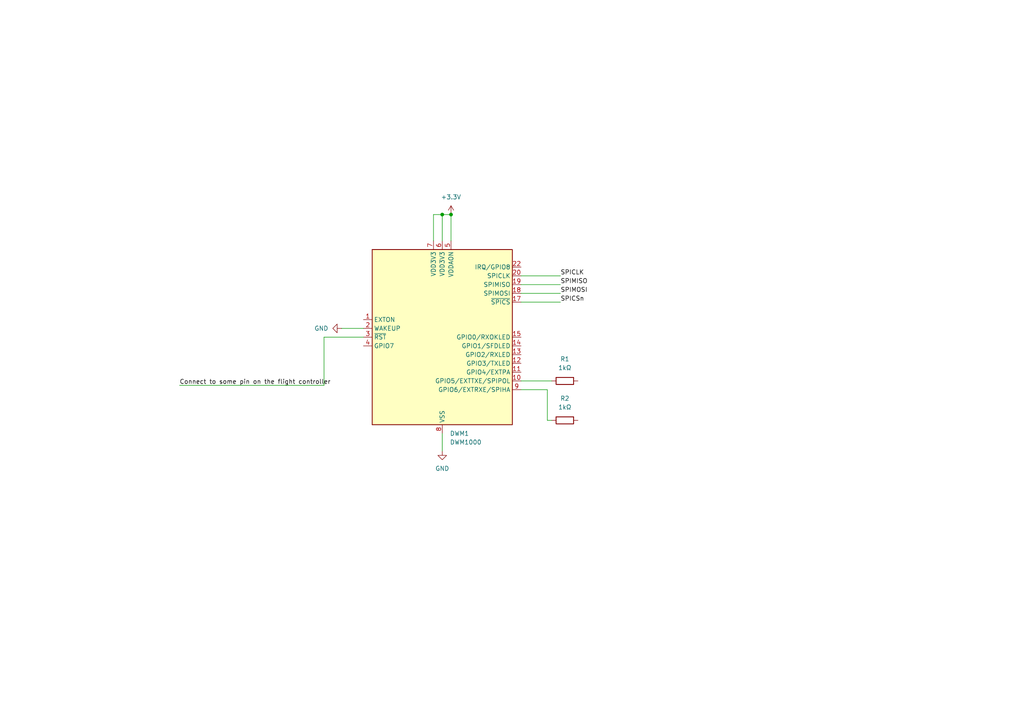
<source format=kicad_sch>
(kicad_sch
	(version 20231120)
	(generator "eeschema")
	(generator_version "8.0")
	(uuid "4a546c4f-fbc0-4b00-bfc4-ebeaaf39a3cc")
	(paper "A4")
	(title_block
		(title "UWB Module")
		(date "10/02/2024")
		(rev "01")
		(comment 1 " if used needs to connect to teensys flight controller")
		(comment 2 "Optional to use IRQ pin with 10K resistor since it not need but")
	)
	(lib_symbols
		(symbol "Device:R"
			(pin_numbers hide)
			(pin_names
				(offset 0)
			)
			(exclude_from_sim no)
			(in_bom yes)
			(on_board yes)
			(property "Reference" "R"
				(at 2.032 0 90)
				(effects
					(font
						(size 1.27 1.27)
					)
				)
			)
			(property "Value" "R"
				(at 0 0 90)
				(effects
					(font
						(size 1.27 1.27)
					)
				)
			)
			(property "Footprint" ""
				(at -1.778 0 90)
				(effects
					(font
						(size 1.27 1.27)
					)
					(hide yes)
				)
			)
			(property "Datasheet" "~"
				(at 0 0 0)
				(effects
					(font
						(size 1.27 1.27)
					)
					(hide yes)
				)
			)
			(property "Description" "Resistor"
				(at 0 0 0)
				(effects
					(font
						(size 1.27 1.27)
					)
					(hide yes)
				)
			)
			(property "ki_keywords" "R res resistor"
				(at 0 0 0)
				(effects
					(font
						(size 1.27 1.27)
					)
					(hide yes)
				)
			)
			(property "ki_fp_filters" "R_*"
				(at 0 0 0)
				(effects
					(font
						(size 1.27 1.27)
					)
					(hide yes)
				)
			)
			(symbol "R_0_1"
				(rectangle
					(start -1.016 -2.54)
					(end 1.016 2.54)
					(stroke
						(width 0.254)
						(type default)
					)
					(fill
						(type none)
					)
				)
			)
			(symbol "R_1_1"
				(pin passive line
					(at 0 3.81 270)
					(length 1.27)
					(name "~"
						(effects
							(font
								(size 1.27 1.27)
							)
						)
					)
					(number "1"
						(effects
							(font
								(size 1.27 1.27)
							)
						)
					)
				)
				(pin passive line
					(at 0 -3.81 90)
					(length 1.27)
					(name "~"
						(effects
							(font
								(size 1.27 1.27)
							)
						)
					)
					(number "2"
						(effects
							(font
								(size 1.27 1.27)
							)
						)
					)
				)
			)
		)
		(symbol "RF_Module:DWM1000"
			(exclude_from_sim no)
			(in_bom yes)
			(on_board yes)
			(property "Reference" "DWM"
				(at -17.78 26.67 0)
				(effects
					(font
						(size 1.27 1.27)
					)
				)
			)
			(property "Value" "DWM1000"
				(at 15.875 26.67 0)
				(effects
					(font
						(size 1.27 1.27)
					)
				)
			)
			(property "Footprint" "RF_Module:DWM1000"
				(at 7.62 -26.67 0)
				(effects
					(font
						(size 1.27 1.27)
					)
					(justify left)
					(hide yes)
				)
			)
			(property "Datasheet" "https://www.decawave.com/sites/default/files/resources/dwm1000-datasheet-v1.3.pdf"
				(at 7.62 -29.21 0)
				(effects
					(font
						(size 1.27 1.27)
					)
					(justify left)
					(hide yes)
				)
			)
			(property "Description" "Ultra wide band RF module With ranging location capabilities"
				(at 0 0 0)
				(effects
					(font
						(size 1.27 1.27)
					)
					(hide yes)
				)
			)
			(property "ki_keywords" "Decawave Qorvo UWB"
				(at 0 0 0)
				(effects
					(font
						(size 1.27 1.27)
					)
					(hide yes)
				)
			)
			(property "ki_fp_filters" "*DWM1000*"
				(at 0 0 0)
				(effects
					(font
						(size 1.27 1.27)
					)
					(hide yes)
				)
			)
			(symbol "DWM1000_0_1"
				(rectangle
					(start -20.32 25.4)
					(end 20.32 -25.4)
					(stroke
						(width 0.254)
						(type default)
					)
					(fill
						(type background)
					)
				)
			)
			(symbol "DWM1000_1_1"
				(pin output line
					(at -22.86 5.08 0)
					(length 2.54)
					(name "EXTON"
						(effects
							(font
								(size 1.27 1.27)
							)
						)
					)
					(number "1"
						(effects
							(font
								(size 1.27 1.27)
							)
						)
					)
				)
				(pin bidirectional line
					(at 22.86 -12.7 180)
					(length 2.54)
					(name "GPIO5/EXTTXE/SPIPOL"
						(effects
							(font
								(size 1.27 1.27)
							)
						)
					)
					(number "10"
						(effects
							(font
								(size 1.27 1.27)
							)
						)
					)
				)
				(pin bidirectional line
					(at 22.86 -10.16 180)
					(length 2.54)
					(name "GPIO4/EXTPA"
						(effects
							(font
								(size 1.27 1.27)
							)
						)
					)
					(number "11"
						(effects
							(font
								(size 1.27 1.27)
							)
						)
					)
				)
				(pin bidirectional line
					(at 22.86 -7.62 180)
					(length 2.54)
					(name "GPIO3/TXLED"
						(effects
							(font
								(size 1.27 1.27)
							)
						)
					)
					(number "12"
						(effects
							(font
								(size 1.27 1.27)
							)
						)
					)
				)
				(pin bidirectional line
					(at 22.86 -5.08 180)
					(length 2.54)
					(name "GPIO2/RXLED"
						(effects
							(font
								(size 1.27 1.27)
							)
						)
					)
					(number "13"
						(effects
							(font
								(size 1.27 1.27)
							)
						)
					)
				)
				(pin bidirectional line
					(at 22.86 -2.54 180)
					(length 2.54)
					(name "GPIO1/SFDLED"
						(effects
							(font
								(size 1.27 1.27)
							)
						)
					)
					(number "14"
						(effects
							(font
								(size 1.27 1.27)
							)
						)
					)
				)
				(pin bidirectional line
					(at 22.86 0 180)
					(length 2.54)
					(name "GPIO0/RXOKLED"
						(effects
							(font
								(size 1.27 1.27)
							)
						)
					)
					(number "15"
						(effects
							(font
								(size 1.27 1.27)
							)
						)
					)
				)
				(pin passive line
					(at 0 -27.94 90)
					(length 2.54) hide
					(name "VSS"
						(effects
							(font
								(size 1.27 1.27)
							)
						)
					)
					(number "16"
						(effects
							(font
								(size 1.27 1.27)
							)
						)
					)
				)
				(pin input line
					(at 22.86 10.16 180)
					(length 2.54)
					(name "~{SPICS}"
						(effects
							(font
								(size 1.27 1.27)
							)
						)
					)
					(number "17"
						(effects
							(font
								(size 1.27 1.27)
							)
						)
					)
				)
				(pin input line
					(at 22.86 12.7 180)
					(length 2.54)
					(name "SPIMOSI"
						(effects
							(font
								(size 1.27 1.27)
							)
						)
					)
					(number "18"
						(effects
							(font
								(size 1.27 1.27)
							)
						)
					)
				)
				(pin output line
					(at 22.86 15.24 180)
					(length 2.54)
					(name "SPIMISO"
						(effects
							(font
								(size 1.27 1.27)
							)
						)
					)
					(number "19"
						(effects
							(font
								(size 1.27 1.27)
							)
						)
					)
				)
				(pin bidirectional line
					(at -22.86 2.54 0)
					(length 2.54)
					(name "WAKEUP"
						(effects
							(font
								(size 1.27 1.27)
							)
						)
					)
					(number "2"
						(effects
							(font
								(size 1.27 1.27)
							)
						)
					)
				)
				(pin input line
					(at 22.86 17.78 180)
					(length 2.54)
					(name "SPICLK"
						(effects
							(font
								(size 1.27 1.27)
							)
						)
					)
					(number "20"
						(effects
							(font
								(size 1.27 1.27)
							)
						)
					)
				)
				(pin passive line
					(at 0 -27.94 90)
					(length 2.54) hide
					(name "VSS"
						(effects
							(font
								(size 1.27 1.27)
							)
						)
					)
					(number "21"
						(effects
							(font
								(size 1.27 1.27)
							)
						)
					)
				)
				(pin bidirectional line
					(at 22.86 20.32 180)
					(length 2.54)
					(name "IRQ/GPIO8"
						(effects
							(font
								(size 1.27 1.27)
							)
						)
					)
					(number "22"
						(effects
							(font
								(size 1.27 1.27)
							)
						)
					)
				)
				(pin passive line
					(at 0 -27.94 90)
					(length 2.54) hide
					(name "VSS"
						(effects
							(font
								(size 1.27 1.27)
							)
						)
					)
					(number "23"
						(effects
							(font
								(size 1.27 1.27)
							)
						)
					)
				)
				(pin passive line
					(at 0 -27.94 90)
					(length 2.54) hide
					(name "VSS"
						(effects
							(font
								(size 1.27 1.27)
							)
						)
					)
					(number "24"
						(effects
							(font
								(size 1.27 1.27)
							)
						)
					)
				)
				(pin bidirectional line
					(at -22.86 0 0)
					(length 2.54)
					(name "~{RST}"
						(effects
							(font
								(size 1.27 1.27)
							)
						)
					)
					(number "3"
						(effects
							(font
								(size 1.27 1.27)
							)
						)
					)
				)
				(pin bidirectional line
					(at -22.86 -2.54 0)
					(length 2.54)
					(name "GPIO7"
						(effects
							(font
								(size 1.27 1.27)
							)
						)
					)
					(number "4"
						(effects
							(font
								(size 1.27 1.27)
							)
						)
					)
				)
				(pin power_in line
					(at 2.54 27.94 270)
					(length 2.54)
					(name "VDDAON"
						(effects
							(font
								(size 1.27 1.27)
							)
						)
					)
					(number "5"
						(effects
							(font
								(size 1.27 1.27)
							)
						)
					)
				)
				(pin power_in line
					(at 0 27.94 270)
					(length 2.54)
					(name "VDD3V3"
						(effects
							(font
								(size 1.27 1.27)
							)
						)
					)
					(number "6"
						(effects
							(font
								(size 1.27 1.27)
							)
						)
					)
				)
				(pin power_in line
					(at -2.54 27.94 270)
					(length 2.54)
					(name "VDD3V3"
						(effects
							(font
								(size 1.27 1.27)
							)
						)
					)
					(number "7"
						(effects
							(font
								(size 1.27 1.27)
							)
						)
					)
				)
				(pin power_in line
					(at 0 -27.94 90)
					(length 2.54)
					(name "VSS"
						(effects
							(font
								(size 1.27 1.27)
							)
						)
					)
					(number "8"
						(effects
							(font
								(size 1.27 1.27)
							)
						)
					)
				)
				(pin bidirectional line
					(at 22.86 -15.24 180)
					(length 2.54)
					(name "GPIO6/EXTRXE/SPIHA"
						(effects
							(font
								(size 1.27 1.27)
							)
						)
					)
					(number "9"
						(effects
							(font
								(size 1.27 1.27)
							)
						)
					)
				)
			)
		)
		(symbol "power:+3.3V"
			(power)
			(pin_numbers hide)
			(pin_names
				(offset 0) hide)
			(exclude_from_sim no)
			(in_bom yes)
			(on_board yes)
			(property "Reference" "#PWR"
				(at 0 -3.81 0)
				(effects
					(font
						(size 1.27 1.27)
					)
					(hide yes)
				)
			)
			(property "Value" "+3.3V"
				(at 0 3.556 0)
				(effects
					(font
						(size 1.27 1.27)
					)
				)
			)
			(property "Footprint" ""
				(at 0 0 0)
				(effects
					(font
						(size 1.27 1.27)
					)
					(hide yes)
				)
			)
			(property "Datasheet" ""
				(at 0 0 0)
				(effects
					(font
						(size 1.27 1.27)
					)
					(hide yes)
				)
			)
			(property "Description" "Power symbol creates a global label with name \"+3.3V\""
				(at 0 0 0)
				(effects
					(font
						(size 1.27 1.27)
					)
					(hide yes)
				)
			)
			(property "ki_keywords" "global power"
				(at 0 0 0)
				(effects
					(font
						(size 1.27 1.27)
					)
					(hide yes)
				)
			)
			(symbol "+3.3V_0_1"
				(polyline
					(pts
						(xy -0.762 1.27) (xy 0 2.54)
					)
					(stroke
						(width 0)
						(type default)
					)
					(fill
						(type none)
					)
				)
				(polyline
					(pts
						(xy 0 0) (xy 0 2.54)
					)
					(stroke
						(width 0)
						(type default)
					)
					(fill
						(type none)
					)
				)
				(polyline
					(pts
						(xy 0 2.54) (xy 0.762 1.27)
					)
					(stroke
						(width 0)
						(type default)
					)
					(fill
						(type none)
					)
				)
			)
			(symbol "+3.3V_1_1"
				(pin power_in line
					(at 0 0 90)
					(length 0)
					(name "~"
						(effects
							(font
								(size 1.27 1.27)
							)
						)
					)
					(number "1"
						(effects
							(font
								(size 1.27 1.27)
							)
						)
					)
				)
			)
		)
		(symbol "power:GND"
			(power)
			(pin_numbers hide)
			(pin_names
				(offset 0) hide)
			(exclude_from_sim no)
			(in_bom yes)
			(on_board yes)
			(property "Reference" "#PWR"
				(at 0 -6.35 0)
				(effects
					(font
						(size 1.27 1.27)
					)
					(hide yes)
				)
			)
			(property "Value" "GND"
				(at 0 -3.81 0)
				(effects
					(font
						(size 1.27 1.27)
					)
				)
			)
			(property "Footprint" ""
				(at 0 0 0)
				(effects
					(font
						(size 1.27 1.27)
					)
					(hide yes)
				)
			)
			(property "Datasheet" ""
				(at 0 0 0)
				(effects
					(font
						(size 1.27 1.27)
					)
					(hide yes)
				)
			)
			(property "Description" "Power symbol creates a global label with name \"GND\" , ground"
				(at 0 0 0)
				(effects
					(font
						(size 1.27 1.27)
					)
					(hide yes)
				)
			)
			(property "ki_keywords" "global power"
				(at 0 0 0)
				(effects
					(font
						(size 1.27 1.27)
					)
					(hide yes)
				)
			)
			(symbol "GND_0_1"
				(polyline
					(pts
						(xy 0 0) (xy 0 -1.27) (xy 1.27 -1.27) (xy 0 -2.54) (xy -1.27 -1.27) (xy 0 -1.27)
					)
					(stroke
						(width 0)
						(type default)
					)
					(fill
						(type none)
					)
				)
			)
			(symbol "GND_1_1"
				(pin power_in line
					(at 0 0 270)
					(length 0)
					(name "~"
						(effects
							(font
								(size 1.27 1.27)
							)
						)
					)
					(number "1"
						(effects
							(font
								(size 1.27 1.27)
							)
						)
					)
				)
			)
		)
	)
	(junction
		(at 128.27 62.23)
		(diameter 0)
		(color 0 0 0 0)
		(uuid "1242104f-1015-430b-9ae4-28fed848a89d")
	)
	(junction
		(at 130.81 62.23)
		(diameter 0)
		(color 0 0 0 0)
		(uuid "4e862aee-874a-4f71-bd54-322edfc8d8df")
	)
	(wire
		(pts
			(xy 151.13 87.63) (xy 162.56 87.63)
		)
		(stroke
			(width 0)
			(type default)
		)
		(uuid "0e0e7b81-4d81-4908-beed-ab5cf81d93ed")
	)
	(wire
		(pts
			(xy 125.73 69.85) (xy 125.73 62.23)
		)
		(stroke
			(width 0)
			(type default)
		)
		(uuid "189aed40-5496-4562-b7ab-35d688f4b384")
	)
	(wire
		(pts
			(xy 128.27 125.73) (xy 128.27 130.81)
		)
		(stroke
			(width 0)
			(type default)
		)
		(uuid "1d373b6a-2bfa-4ab2-b3c2-4837d06f9e62")
	)
	(wire
		(pts
			(xy 99.06 95.25) (xy 105.41 95.25)
		)
		(stroke
			(width 0)
			(type default)
		)
		(uuid "262d5cd6-f07e-43cd-9cca-b80313dbfe31")
	)
	(wire
		(pts
			(xy 151.13 82.55) (xy 162.56 82.55)
		)
		(stroke
			(width 0)
			(type default)
		)
		(uuid "29187317-e5db-4f6d-9637-b551af16e815")
	)
	(wire
		(pts
			(xy 151.13 110.49) (xy 160.02 110.49)
		)
		(stroke
			(width 0)
			(type default)
		)
		(uuid "44778b65-d77b-4864-baad-0c415d8157e9")
	)
	(wire
		(pts
			(xy 93.98 111.76) (xy 93.98 97.79)
		)
		(stroke
			(width 0)
			(type default)
		)
		(uuid "4d3aad23-a576-4c60-8e0b-4befacb5ad20")
	)
	(wire
		(pts
			(xy 52.07 111.76) (xy 93.98 111.76)
		)
		(stroke
			(width 0)
			(type default)
		)
		(uuid "5fb749af-3f74-4f1d-b2dc-84d0deef9d58")
	)
	(wire
		(pts
			(xy 130.81 62.23) (xy 130.81 69.85)
		)
		(stroke
			(width 0)
			(type default)
		)
		(uuid "668c11d4-d291-4d01-b21a-9447b8146cdf")
	)
	(wire
		(pts
			(xy 128.27 69.85) (xy 128.27 62.23)
		)
		(stroke
			(width 0)
			(type default)
		)
		(uuid "6b7739c2-2459-4a2d-8b86-5580a9974009")
	)
	(wire
		(pts
			(xy 158.75 121.92) (xy 160.02 121.92)
		)
		(stroke
			(width 0)
			(type default)
		)
		(uuid "72b23eec-3f56-4b84-bf00-55239c761a50")
	)
	(wire
		(pts
			(xy 158.75 113.03) (xy 151.13 113.03)
		)
		(stroke
			(width 0)
			(type default)
		)
		(uuid "86c2843f-92be-45d6-85b7-846083c0dbdb")
	)
	(wire
		(pts
			(xy 128.27 62.23) (xy 130.81 62.23)
		)
		(stroke
			(width 0)
			(type default)
		)
		(uuid "8e470f24-b6fd-48f3-a6f4-6173fc4f88c4")
	)
	(wire
		(pts
			(xy 151.13 85.09) (xy 162.56 85.09)
		)
		(stroke
			(width 0)
			(type default)
		)
		(uuid "98dbb703-51ac-4ad1-b645-b302fdee7265")
	)
	(wire
		(pts
			(xy 151.13 80.01) (xy 162.56 80.01)
		)
		(stroke
			(width 0)
			(type default)
		)
		(uuid "999092d3-67be-4296-bf3e-21a3f2d85386")
	)
	(wire
		(pts
			(xy 158.75 121.92) (xy 158.75 113.03)
		)
		(stroke
			(width 0)
			(type default)
		)
		(uuid "ca4a6bf0-2ab3-4d77-9230-7c09c5140b0e")
	)
	(wire
		(pts
			(xy 125.73 62.23) (xy 128.27 62.23)
		)
		(stroke
			(width 0)
			(type default)
		)
		(uuid "e5cc5237-b299-432b-ac92-414ac711ebd5")
	)
	(wire
		(pts
			(xy 93.98 97.79) (xy 105.41 97.79)
		)
		(stroke
			(width 0)
			(type default)
		)
		(uuid "f021e7db-c9ba-4d6b-bbf8-be887d71e983")
	)
	(label "SPICLK"
		(at 162.56 80.01 0)
		(fields_autoplaced yes)
		(effects
			(font
				(size 1.27 1.27)
			)
			(justify left bottom)
		)
		(uuid "13213b40-46c2-4182-bce8-b0aff62c3198")
	)
	(label "SPIMOSI"
		(at 162.56 85.09 0)
		(fields_autoplaced yes)
		(effects
			(font
				(size 1.27 1.27)
			)
			(justify left bottom)
		)
		(uuid "461167dc-c61b-44ac-81ff-fd0feaa4fc4c")
	)
	(label "Connect to some pin on the flight controller"
		(at 52.07 111.76 0)
		(fields_autoplaced yes)
		(effects
			(font
				(size 1.27 1.27)
			)
			(justify left bottom)
		)
		(uuid "6132df7c-8ee7-4a22-83eb-679a7182496a")
	)
	(label "SPICSn"
		(at 162.56 87.63 0)
		(fields_autoplaced yes)
		(effects
			(font
				(size 1.27 1.27)
			)
			(justify left bottom)
		)
		(uuid "98945a4f-b9d4-40f4-b748-1ef640f4601a")
	)
	(label "SPIMISO"
		(at 162.56 82.55 0)
		(fields_autoplaced yes)
		(effects
			(font
				(size 1.27 1.27)
			)
			(justify left bottom)
		)
		(uuid "e7821030-5d90-4b00-b142-88c09a526791")
	)
	(symbol
		(lib_id "power:+3.3V")
		(at 130.81 62.23 0)
		(unit 1)
		(exclude_from_sim no)
		(in_bom yes)
		(on_board yes)
		(dnp no)
		(fields_autoplaced yes)
		(uuid "042ce37d-3178-4063-ad5e-1a8abe6a6a81")
		(property "Reference" "#PWR03"
			(at 130.81 66.04 0)
			(effects
				(font
					(size 1.27 1.27)
				)
				(hide yes)
			)
		)
		(property "Value" "+3.3V"
			(at 130.81 57.15 0)
			(effects
				(font
					(size 1.27 1.27)
				)
			)
		)
		(property "Footprint" ""
			(at 130.81 62.23 0)
			(effects
				(font
					(size 1.27 1.27)
				)
				(hide yes)
			)
		)
		(property "Datasheet" ""
			(at 130.81 62.23 0)
			(effects
				(font
					(size 1.27 1.27)
				)
				(hide yes)
			)
		)
		(property "Description" "Power symbol creates a global label with name \"+3.3V\""
			(at 130.81 62.23 0)
			(effects
				(font
					(size 1.27 1.27)
				)
				(hide yes)
			)
		)
		(pin "1"
			(uuid "305788e8-1d8d-42e8-aab1-66d6cf1a76c3")
		)
		(instances
			(project ""
				(path "/4a546c4f-fbc0-4b00-bfc4-ebeaaf39a3cc"
					(reference "#PWR03")
					(unit 1)
				)
			)
		)
	)
	(symbol
		(lib_id "power:GND")
		(at 99.06 95.25 270)
		(unit 1)
		(exclude_from_sim no)
		(in_bom yes)
		(on_board yes)
		(dnp no)
		(fields_autoplaced yes)
		(uuid "125f290d-fe53-4527-9246-9cee414bba1f")
		(property "Reference" "#PWR02"
			(at 92.71 95.25 0)
			(effects
				(font
					(size 1.27 1.27)
				)
				(hide yes)
			)
		)
		(property "Value" "GND"
			(at 95.25 95.2499 90)
			(effects
				(font
					(size 1.27 1.27)
				)
				(justify right)
			)
		)
		(property "Footprint" ""
			(at 99.06 95.25 0)
			(effects
				(font
					(size 1.27 1.27)
				)
				(hide yes)
			)
		)
		(property "Datasheet" ""
			(at 99.06 95.25 0)
			(effects
				(font
					(size 1.27 1.27)
				)
				(hide yes)
			)
		)
		(property "Description" "Power symbol creates a global label with name \"GND\" , ground"
			(at 99.06 95.25 0)
			(effects
				(font
					(size 1.27 1.27)
				)
				(hide yes)
			)
		)
		(pin "1"
			(uuid "622acb5d-bc4d-4de9-a50b-11823d53cac5")
		)
		(instances
			(project ""
				(path "/4a546c4f-fbc0-4b00-bfc4-ebeaaf39a3cc"
					(reference "#PWR02")
					(unit 1)
				)
			)
		)
	)
	(symbol
		(lib_id "RF_Module:DWM1000")
		(at 128.27 97.79 0)
		(unit 1)
		(exclude_from_sim no)
		(in_bom yes)
		(on_board yes)
		(dnp no)
		(fields_autoplaced yes)
		(uuid "5e1cab5a-e275-41cd-8a38-31f1ee2470a5")
		(property "Reference" "DWM1"
			(at 130.4641 125.73 0)
			(effects
				(font
					(size 1.27 1.27)
				)
				(justify left)
			)
		)
		(property "Value" "DWM1000"
			(at 130.4641 128.27 0)
			(effects
				(font
					(size 1.27 1.27)
				)
				(justify left)
			)
		)
		(property "Footprint" "RF_Module:DWM1000"
			(at 135.89 124.46 0)
			(effects
				(font
					(size 1.27 1.27)
				)
				(justify left)
				(hide yes)
			)
		)
		(property "Datasheet" "https://www.decawave.com/sites/default/files/resources/dwm1000-datasheet-v1.3.pdf"
			(at 135.89 127 0)
			(effects
				(font
					(size 1.27 1.27)
				)
				(justify left)
				(hide yes)
			)
		)
		(property "Description" "Ultra wide band RF module With ranging location capabilities"
			(at 128.27 97.79 0)
			(effects
				(font
					(size 1.27 1.27)
				)
				(hide yes)
			)
		)
		(pin "13"
			(uuid "6e318a4d-a1be-4491-be3f-958c69a26f42")
		)
		(pin "14"
			(uuid "a5cbcf19-7c41-4350-99f9-76348cd34aff")
		)
		(pin "20"
			(uuid "b88c3d6f-b0bc-4dc3-a745-f5ca74d4d3d7")
		)
		(pin "6"
			(uuid "1e3ce9ff-9352-4f9b-879d-30a9e2a1741c")
		)
		(pin "8"
			(uuid "b8a45014-7148-427a-9273-e3bee618718b")
		)
		(pin "3"
			(uuid "7c29575c-4ae1-4126-92d9-6ff08d57b656")
		)
		(pin "9"
			(uuid "990db4fb-a2ce-4f90-baa0-d90f5431e285")
		)
		(pin "12"
			(uuid "d9ca3b70-81f0-4a2f-a1c6-8126ba958305")
		)
		(pin "24"
			(uuid "548ac6b8-811f-4da7-99b8-dd7877866eda")
		)
		(pin "11"
			(uuid "aa8ce3db-166e-4f49-945e-bdd63db03549")
		)
		(pin "18"
			(uuid "254052f2-6970-49fc-b90c-8d25a5bb0020")
		)
		(pin "1"
			(uuid "15abcafe-2892-4cce-8a64-2ca648391887")
		)
		(pin "16"
			(uuid "f84c3c1e-8c38-42f8-81e9-08ad22aa57ae")
		)
		(pin "10"
			(uuid "6b1ec4b3-1d55-41c9-89ed-8fae4c8bcb65")
		)
		(pin "22"
			(uuid "aa189ec5-e416-4829-a862-f1e87413e57f")
		)
		(pin "4"
			(uuid "89904bad-1c75-4af6-884d-e334928614fa")
		)
		(pin "5"
			(uuid "6d571642-86c5-4f08-9833-23003754460b")
		)
		(pin "23"
			(uuid "359dd81c-7353-40a2-9da2-31016151d7dc")
		)
		(pin "17"
			(uuid "d5cad29c-4ff6-488d-967f-54a37fefef10")
		)
		(pin "19"
			(uuid "2e1f543d-e06b-4779-87ad-0bb8a74a6950")
		)
		(pin "2"
			(uuid "2fb9af9a-a7b7-4b77-829a-e634cc8bff5b")
		)
		(pin "21"
			(uuid "61027bc1-ff8d-4314-9247-40afcec3729e")
		)
		(pin "7"
			(uuid "c4843fa9-4c10-441c-baea-007b0a657074")
		)
		(pin "15"
			(uuid "9fac5410-50c4-408a-8654-5e2aa59ac763")
		)
		(instances
			(project ""
				(path "/4a546c4f-fbc0-4b00-bfc4-ebeaaf39a3cc"
					(reference "DWM1")
					(unit 1)
				)
			)
		)
	)
	(symbol
		(lib_id "Device:R")
		(at 163.83 121.92 270)
		(unit 1)
		(exclude_from_sim no)
		(in_bom yes)
		(on_board yes)
		(dnp no)
		(fields_autoplaced yes)
		(uuid "9db5dc13-da81-426e-b569-5ef963ebcfc0")
		(property "Reference" "R2"
			(at 163.83 115.57 90)
			(effects
				(font
					(size 1.27 1.27)
				)
			)
		)
		(property "Value" "1kΩ"
			(at 163.83 118.11 90)
			(effects
				(font
					(size 1.27 1.27)
				)
			)
		)
		(property "Footprint" ""
			(at 163.83 120.142 90)
			(effects
				(font
					(size 1.27 1.27)
				)
				(hide yes)
			)
		)
		(property "Datasheet" "~"
			(at 163.83 121.92 0)
			(effects
				(font
					(size 1.27 1.27)
				)
				(hide yes)
			)
		)
		(property "Description" "Resistor"
			(at 163.83 121.92 0)
			(effects
				(font
					(size 1.27 1.27)
				)
				(hide yes)
			)
		)
		(pin "1"
			(uuid "be24bc74-38c0-426e-8ca0-cb6c4df030ec")
		)
		(pin "2"
			(uuid "49024241-e0b8-41c0-9aa3-a27741726f6f")
		)
		(instances
			(project ""
				(path "/4a546c4f-fbc0-4b00-bfc4-ebeaaf39a3cc"
					(reference "R2")
					(unit 1)
				)
			)
		)
	)
	(symbol
		(lib_id "Device:R")
		(at 163.83 110.49 270)
		(unit 1)
		(exclude_from_sim no)
		(in_bom yes)
		(on_board yes)
		(dnp no)
		(fields_autoplaced yes)
		(uuid "b26d7d4a-9d39-4660-a208-4062b4e575e1")
		(property "Reference" "R1"
			(at 163.83 104.14 90)
			(effects
				(font
					(size 1.27 1.27)
				)
			)
		)
		(property "Value" "1kΩ"
			(at 163.83 106.68 90)
			(effects
				(font
					(size 1.27 1.27)
				)
			)
		)
		(property "Footprint" ""
			(at 163.83 108.712 90)
			(effects
				(font
					(size 1.27 1.27)
				)
				(hide yes)
			)
		)
		(property "Datasheet" "~"
			(at 163.83 110.49 0)
			(effects
				(font
					(size 1.27 1.27)
				)
				(hide yes)
			)
		)
		(property "Description" "Resistor"
			(at 163.83 110.49 0)
			(effects
				(font
					(size 1.27 1.27)
				)
				(hide yes)
			)
		)
		(pin "1"
			(uuid "abab88fe-a586-4fa7-afca-a80072249456")
		)
		(pin "2"
			(uuid "0ca40ced-348b-4e41-9306-4a321ccc0690")
		)
		(instances
			(project ""
				(path "/4a546c4f-fbc0-4b00-bfc4-ebeaaf39a3cc"
					(reference "R1")
					(unit 1)
				)
			)
		)
	)
	(symbol
		(lib_id "power:GND")
		(at 128.27 130.81 0)
		(unit 1)
		(exclude_from_sim no)
		(in_bom yes)
		(on_board yes)
		(dnp no)
		(fields_autoplaced yes)
		(uuid "d2b6a505-fd83-474a-8f1a-5a77df97ec0e")
		(property "Reference" "#PWR01"
			(at 128.27 137.16 0)
			(effects
				(font
					(size 1.27 1.27)
				)
				(hide yes)
			)
		)
		(property "Value" "GND"
			(at 128.27 135.89 0)
			(effects
				(font
					(size 1.27 1.27)
				)
			)
		)
		(property "Footprint" ""
			(at 128.27 130.81 0)
			(effects
				(font
					(size 1.27 1.27)
				)
				(hide yes)
			)
		)
		(property "Datasheet" ""
			(at 128.27 130.81 0)
			(effects
				(font
					(size 1.27 1.27)
				)
				(hide yes)
			)
		)
		(property "Description" "Power symbol creates a global label with name \"GND\" , ground"
			(at 128.27 130.81 0)
			(effects
				(font
					(size 1.27 1.27)
				)
				(hide yes)
			)
		)
		(pin "1"
			(uuid "31c26cd1-a705-4f8a-9a36-9b97d42e4e38")
		)
		(instances
			(project ""
				(path "/4a546c4f-fbc0-4b00-bfc4-ebeaaf39a3cc"
					(reference "#PWR01")
					(unit 1)
				)
			)
		)
	)
	(sheet_instances
		(path "/"
			(page "1")
		)
	)
)

</source>
